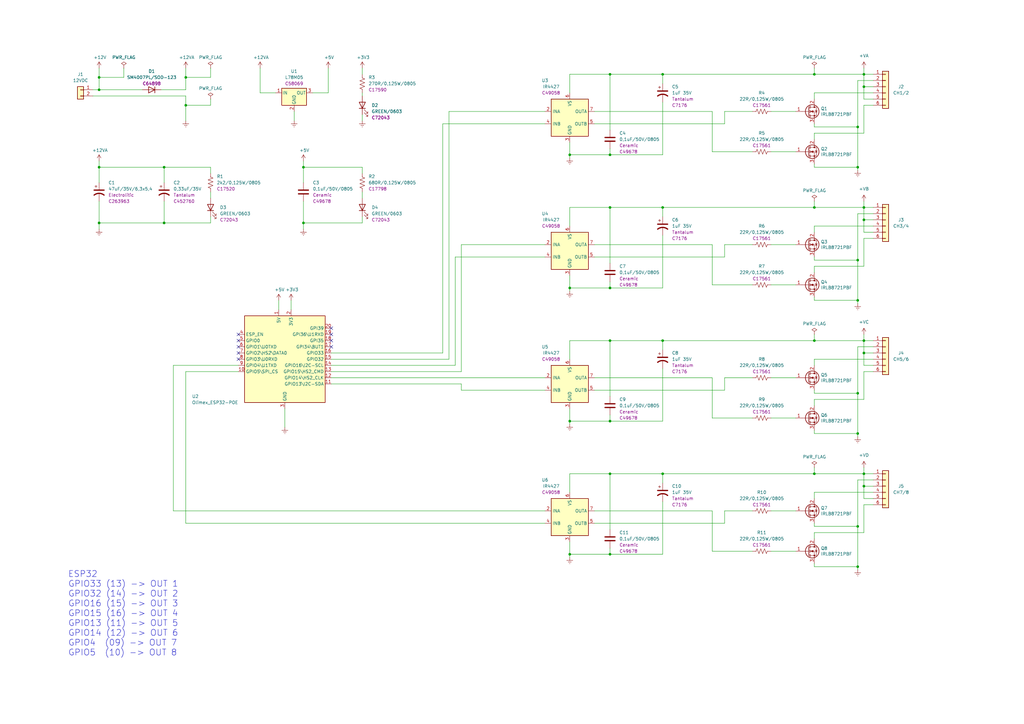
<source format=kicad_sch>
(kicad_sch (version 20211123) (generator eeschema)
  (paper "A3")
  (title_block (title "ESP 8x PWM Module") (date "2022-03-26") (rev "2"))
  (junction (at 354.33 35.56))
  (junction (at 40.64 31.75))
  (junction (at 233.68 172.72))
  (junction (at 233.68 63.5))
  (junction (at 40.64 68.58))
  (junction (at 271.78 139.7))
  (junction (at 351.79 68.58))
  (junction (at 67.31 68.58))
  (junction (at 354.33 30.48))
  (junction (at 334.01 194.31))
  (junction (at 354.33 139.7))
  (junction (at 271.78 30.48))
  (junction (at 40.64 91.44))
  (junction (at 271.78 194.31))
  (junction (at 351.79 123.19))
  (junction (at 354.33 90.17))
  (junction (at 250.19 194.31))
  (junction (at 250.19 118.11))
  (junction (at 124.46 68.58))
  (junction (at 233.68 118.11))
  (junction (at 334.01 30.48))
  (junction (at 67.31 91.44))
  (junction (at 76.2 31.75))
  (junction (at 334.01 85.09))
  (junction (at 250.19 139.7))
  (junction (at 351.79 161.29))
  (junction (at 250.19 227.33))
  (junction (at 351.79 177.8))
  (junction (at 76.2 43.18))
  (junction (at 250.19 30.48))
  (junction (at 354.33 199.39))
  (junction (at 354.33 194.31))
  (junction (at 354.33 144.78))
  (junction (at 271.78 85.09))
  (junction (at 354.33 85.09))
  (junction (at 40.64 36.83))
  (junction (at 124.46 91.44))
  (junction (at 233.68 227.33))
  (junction (at 351.79 232.41))
  (junction (at 351.79 106.68))
  (junction (at 250.19 85.09))
  (junction (at 351.79 52.07))
  (junction (at 250.19 63.5))
  (junction (at 250.19 172.72))
  (junction (at 334.01 139.7))
  (junction (at 351.79 215.9))
  (no_connect (at 97.79 147.32))
  (no_connect (at 135.89 134.62))
  (no_connect (at 97.79 139.7))
  (no_connect (at 135.89 139.7))
  (no_connect (at 135.89 142.24))
  (no_connect (at 135.89 137.16))
  (no_connect (at 97.79 144.78))
  (no_connect (at 97.79 137.16))
  (no_connect (at 97.79 142.24))
  (wire (pts (xy 351.79 68.58) (xy 351.79 52.07)))
  (wire (pts (xy 120.65 45.72) (xy 120.65 49.53)))
  (wire (pts (xy 316.23 100.33) (xy 326.39 100.33)))
  (wire (pts (xy 271.78 139.7) (xy 334.01 139.7)))
  (wire (pts (xy 292.1 154.94) (xy 292.1 171.45)))
  (wire (pts (xy 297.18 214.63) (xy 297.18 209.55)))
  (wire (pts (xy 271.78 205.74) (xy 271.78 227.33)))
  (wire (pts (xy 354.33 204.47) (xy 354.33 199.39)))
  (wire (pts (xy 106.68 27.94) (xy 106.68 38.1)))
  (wire (pts (xy 189.23 160.02) (xy 223.52 160.02)))
  (wire (pts (xy 334.01 218.44) (xy 354.33 218.44)))
  (wire (pts (xy 354.33 109.22) (xy 354.33 97.79)))
  (wire (pts (xy 233.68 118.11) (xy 250.19 118.11)))
  (wire (pts (xy 40.64 68.58) (xy 40.64 74.93)))
  (wire (pts (xy 351.79 177.8) (xy 351.79 179.07)))
  (wire (pts (xy 40.64 66.04) (xy 40.64 68.58)))
  (wire (pts (xy 243.84 105.41) (xy 297.18 105.41)))
  (wire (pts (xy 233.68 173.99) (xy 233.68 172.72)))
  (wire (pts (xy 271.78 30.48) (xy 334.01 30.48)))
  (wire (pts (xy 351.79 215.9) (xy 334.01 215.9)))
  (wire (pts (xy 76.2 39.37) (xy 76.2 43.18)))
  (wire (pts (xy 271.78 85.09) (xy 334.01 85.09)))
  (wire (pts (xy 334.01 67.31) (xy 334.01 68.58)))
  (wire (pts (xy 148.59 46.99) (xy 148.59 49.53)))
  (wire (pts (xy 334.01 214.63) (xy 334.01 215.9)))
  (wire (pts (xy 250.19 107.95) (xy 250.19 85.09)))
  (wire (pts (xy 243.84 154.94) (xy 292.1 154.94)))
  (wire (pts (xy 40.64 91.44) (xy 40.64 82.55)))
  (wire (pts (xy 358.14 149.86) (xy 354.33 149.86)))
  (wire (pts (xy 233.68 30.48) (xy 233.68 38.1)))
  (wire (pts (xy 233.68 118.11) (xy 233.68 113.03)))
  (wire (pts (xy 67.31 91.44) (xy 40.64 91.44)))
  (wire (pts (xy 189.23 152.4) (xy 189.23 100.33)))
  (wire (pts (xy 243.84 160.02) (xy 297.18 160.02)))
  (wire (pts (xy 297.18 105.41) (xy 297.18 100.33)))
  (wire (pts (xy 358.14 85.09) (xy 354.33 85.09)))
  (wire (pts (xy 250.19 227.33) (xy 271.78 227.33)))
  (wire (pts (xy 189.23 100.33) (xy 223.52 100.33)))
  (wire (pts (xy 334.01 82.55) (xy 334.01 85.09)))
  (wire (pts (xy 354.33 163.83) (xy 354.33 152.4)))
  (wire (pts (xy 233.68 139.7) (xy 250.19 139.7)))
  (wire (pts (xy 233.68 85.09) (xy 250.19 85.09)))
  (wire (pts (xy 334.01 194.31) (xy 354.33 194.31)))
  (wire (pts (xy 271.78 194.31) (xy 250.19 194.31)))
  (wire (pts (xy 116.84 175.26) (xy 116.84 167.64)))
  (wire (pts (xy 271.78 41.91) (xy 271.78 63.5)))
  (wire (pts (xy 134.62 27.94) (xy 134.62 38.1)))
  (wire (pts (xy 271.78 151.13) (xy 271.78 172.72)))
  (wire (pts (xy 358.14 196.85) (xy 351.79 196.85)))
  (wire (pts (xy 358.14 92.71) (xy 334.01 92.71)))
  (wire (pts (xy 86.36 68.58) (xy 67.31 68.58)))
  (wire (pts (xy 128.27 38.1) (xy 134.62 38.1)))
  (wire (pts (xy 351.79 106.68) (xy 334.01 106.68)))
  (wire (pts (xy 271.78 96.52) (xy 271.78 118.11)))
  (wire (pts (xy 292.1 100.33) (xy 292.1 116.84)))
  (wire (pts (xy 86.36 91.44) (xy 67.31 91.44)))
  (wire (pts (xy 76.2 152.4) (xy 76.2 214.63)))
  (wire (pts (xy 50.8 31.75) (xy 50.8 27.94)))
  (wire (pts (xy 354.33 152.4) (xy 358.14 152.4)))
  (wire (pts (xy 271.78 30.48) (xy 250.19 30.48)))
  (wire (pts (xy 271.78 85.09) (xy 250.19 85.09)))
  (wire (pts (xy 354.33 137.16) (xy 354.33 139.7)))
  (wire (pts (xy 351.79 232.41) (xy 351.79 233.68)))
  (wire (pts (xy 119.38 123.19) (xy 119.38 127)))
  (wire (pts (xy 148.59 88.9) (xy 148.59 91.44)))
  (wire (pts (xy 354.33 149.86) (xy 354.33 144.78)))
  (wire (pts (xy 186.69 105.41) (xy 186.69 149.86)))
  (wire (pts (xy 297.18 160.02) (xy 297.18 154.94)))
  (wire (pts (xy 334.01 163.83) (xy 334.01 166.37)))
  (wire (pts (xy 233.68 119.38) (xy 233.68 118.11)))
  (wire (pts (xy 250.19 172.72) (xy 271.78 172.72)))
  (wire (pts (xy 86.36 27.94) (xy 86.36 31.75)))
  (wire (pts (xy 124.46 66.04) (xy 124.46 68.58)))
  (wire (pts (xy 358.14 33.02) (xy 351.79 33.02)))
  (wire (pts (xy 292.1 45.72) (xy 292.1 62.23)))
  (wire (pts (xy 334.01 232.41) (xy 351.79 232.41)))
  (wire (pts (xy 186.69 105.41) (xy 223.52 105.41)))
  (wire (pts (xy 316.23 171.45) (xy 326.39 171.45)))
  (wire (pts (xy 148.59 27.94) (xy 148.59 30.48)))
  (wire (pts (xy 189.23 157.48) (xy 189.23 160.02)))
  (wire (pts (xy 358.14 147.32) (xy 334.01 147.32)))
  (wire (pts (xy 334.01 30.48) (xy 354.33 30.48)))
  (wire (pts (xy 148.59 71.12) (xy 148.59 68.58)))
  (wire (pts (xy 271.78 139.7) (xy 250.19 139.7)))
  (wire (pts (xy 40.64 36.83) (xy 58.42 36.83)))
  (wire (pts (xy 334.01 85.09) (xy 354.33 85.09)))
  (wire (pts (xy 334.01 139.7) (xy 354.33 139.7)))
  (wire (pts (xy 292.1 171.45) (xy 308.61 171.45)))
  (wire (pts (xy 351.79 142.24) (xy 351.79 161.29)))
  (wire (pts (xy 354.33 139.7) (xy 354.33 144.78)))
  (wire (pts (xy 86.36 88.9) (xy 86.36 91.44)))
  (wire (pts (xy 76.2 214.63) (xy 223.52 214.63)))
  (wire (pts (xy 334.01 218.44) (xy 334.01 220.98)))
  (wire (pts (xy 334.01 147.32) (xy 334.01 149.86)))
  (wire (pts (xy 233.68 85.09) (xy 233.68 92.71)))
  (wire (pts (xy 316.23 154.94) (xy 326.39 154.94)))
  (wire (pts (xy 181.61 50.8) (xy 223.52 50.8)))
  (wire (pts (xy 354.33 97.79) (xy 358.14 97.79)))
  (wire (pts (xy 233.68 139.7) (xy 233.68 147.32)))
  (wire (pts (xy 358.14 30.48) (xy 354.33 30.48)))
  (wire (pts (xy 351.79 196.85) (xy 351.79 215.9)))
  (wire (pts (xy 243.84 214.63) (xy 297.18 214.63)))
  (wire (pts (xy 40.64 31.75) (xy 40.64 36.83)))
  (wire (pts (xy 184.15 45.72) (xy 184.15 147.32)))
  (wire (pts (xy 334.01 231.14) (xy 334.01 232.41)))
  (wire (pts (xy 358.14 139.7) (xy 354.33 139.7)))
  (wire (pts (xy 135.89 149.86) (xy 186.69 149.86)))
  (wire (pts (xy 135.89 144.78) (xy 181.61 144.78)))
  (wire (pts (xy 351.79 232.41) (xy 351.79 215.9)))
  (wire (pts (xy 358.14 40.64) (xy 354.33 40.64)))
  (wire (pts (xy 358.14 201.93) (xy 334.01 201.93)))
  (wire (pts (xy 334.01 105.41) (xy 334.01 106.68)))
  (wire (pts (xy 351.79 123.19) (xy 351.79 106.68)))
  (wire (pts (xy 86.36 71.12) (xy 86.36 68.58)))
  (wire (pts (xy 233.68 227.33) (xy 250.19 227.33)))
  (wire (pts (xy 250.19 224.79) (xy 250.19 227.33)))
  (wire (pts (xy 358.14 194.31) (xy 354.33 194.31)))
  (wire (pts (xy 334.01 137.16) (xy 334.01 139.7)))
  (wire (pts (xy 97.79 149.86) (xy 71.12 149.86)))
  (wire (pts (xy 114.3 123.19) (xy 114.3 127)))
  (wire (pts (xy 334.01 38.1) (xy 334.01 40.64)))
  (wire (pts (xy 334.01 54.61) (xy 334.01 57.15)))
  (wire (pts (xy 233.68 30.48) (xy 250.19 30.48)))
  (wire (pts (xy 233.68 63.5) (xy 233.68 58.42)))
  (wire (pts (xy 250.19 60.96) (xy 250.19 63.5)))
  (wire (pts (xy 148.59 91.44) (xy 124.46 91.44)))
  (wire (pts (xy 358.14 199.39) (xy 354.33 199.39)))
  (wire (pts (xy 233.68 228.6) (xy 233.68 227.33)))
  (wire (pts (xy 233.68 194.31) (xy 250.19 194.31)))
  (wire (pts (xy 243.84 45.72) (xy 292.1 45.72)))
  (wire (pts (xy 297.18 154.94) (xy 308.61 154.94)))
  (wire (pts (xy 181.61 50.8) (xy 181.61 144.78)))
  (wire (pts (xy 76.2 36.83) (xy 76.2 31.75)))
  (wire (pts (xy 334.01 54.61) (xy 354.33 54.61)))
  (wire (pts (xy 334.01 177.8) (xy 351.79 177.8)))
  (wire (pts (xy 292.1 226.06) (xy 308.61 226.06)))
  (wire (pts (xy 135.89 147.32) (xy 184.15 147.32)))
  (wire (pts (xy 358.14 90.17) (xy 354.33 90.17)))
  (wire (pts (xy 354.33 191.77) (xy 354.33 194.31)))
  (wire (pts (xy 354.33 43.18) (xy 358.14 43.18)))
  (wire (pts (xy 38.1 36.83) (xy 40.64 36.83)))
  (wire (pts (xy 124.46 82.55) (xy 124.46 91.44)))
  (wire (pts (xy 233.68 194.31) (xy 233.68 201.93)))
  (wire (pts (xy 354.33 30.48) (xy 354.33 35.56)))
  (wire (pts (xy 358.14 204.47) (xy 354.33 204.47)))
  (wire (pts (xy 271.78 88.9) (xy 271.78 85.09)))
  (wire (pts (xy 334.01 27.94) (xy 334.01 30.48)))
  (wire (pts (xy 124.46 93.98) (xy 124.46 91.44)))
  (wire (pts (xy 292.1 116.84) (xy 308.61 116.84)))
  (wire (pts (xy 38.1 39.37) (xy 76.2 39.37)))
  (wire (pts (xy 297.18 100.33) (xy 308.61 100.33)))
  (wire (pts (xy 40.64 31.75) (xy 50.8 31.75)))
  (wire (pts (xy 297.18 209.55) (xy 308.61 209.55)))
  (wire (pts (xy 271.78 34.29) (xy 271.78 30.48)))
  (wire (pts (xy 354.33 218.44) (xy 354.33 207.01)))
  (wire (pts (xy 334.01 121.92) (xy 334.01 123.19)))
  (wire (pts (xy 97.79 152.4) (xy 76.2 152.4)))
  (wire (pts (xy 297.18 50.8) (xy 297.18 45.72)))
  (wire (pts (xy 124.46 74.93) (xy 124.46 68.58)))
  (wire (pts (xy 67.31 74.93) (xy 67.31 68.58)))
  (wire (pts (xy 351.79 52.07) (xy 334.01 52.07)))
  (wire (pts (xy 354.33 85.09) (xy 354.33 90.17)))
  (wire (pts (xy 250.19 115.57) (xy 250.19 118.11)))
  (wire (pts (xy 334.01 123.19) (xy 351.79 123.19)))
  (wire (pts (xy 243.84 100.33) (xy 292.1 100.33)))
  (wire (pts (xy 354.33 54.61) (xy 354.33 43.18)))
  (wire (pts (xy 358.14 38.1) (xy 334.01 38.1)))
  (wire (pts (xy 354.33 40.64) (xy 354.33 35.56)))
  (wire (pts (xy 135.89 154.94) (xy 223.52 154.94)))
  (wire (pts (xy 351.79 123.19) (xy 351.79 124.46)))
  (wire (pts (xy 334.01 191.77) (xy 334.01 194.31)))
  (wire (pts (xy 271.78 143.51) (xy 271.78 139.7)))
  (wire (pts (xy 86.36 40.64) (xy 86.36 43.18)))
  (wire (pts (xy 40.64 27.94) (xy 40.64 31.75)))
  (wire (pts (xy 358.14 142.24) (xy 351.79 142.24)))
  (wire (pts (xy 148.59 39.37) (xy 148.59 38.1)))
  (wire (pts (xy 292.1 209.55) (xy 292.1 226.06)))
  (wire (pts (xy 334.01 160.02) (xy 334.01 161.29)))
  (wire (pts (xy 316.23 45.72) (xy 326.39 45.72)))
  (wire (pts (xy 135.89 157.48) (xy 189.23 157.48)))
  (wire (pts (xy 106.68 38.1) (xy 113.03 38.1)))
  (wire (pts (xy 271.78 194.31) (xy 334.01 194.31)))
  (wire (pts (xy 316.23 62.23) (xy 326.39 62.23)))
  (wire (pts (xy 86.36 31.75) (xy 76.2 31.75)))
  (wire (pts (xy 354.33 194.31) (xy 354.33 199.39)))
  (wire (pts (xy 358.14 87.63) (xy 351.79 87.63)))
  (wire (pts (xy 354.33 82.55) (xy 354.33 85.09)))
  (wire (pts (xy 250.19 53.34) (xy 250.19 30.48)))
  (wire (pts (xy 233.68 227.33) (xy 233.68 222.25)))
  (wire (pts (xy 86.36 81.28) (xy 86.36 78.74)))
  (wire (pts (xy 67.31 68.58) (xy 40.64 68.58)))
  (wire (pts (xy 250.19 63.5) (xy 271.78 63.5)))
  (wire (pts (xy 351.79 177.8) (xy 351.79 161.29)))
  (wire (pts (xy 76.2 31.75) (xy 76.2 27.94)))
  (wire (pts (xy 250.19 162.56) (xy 250.19 139.7)))
  (wire (pts (xy 316.23 209.55) (xy 326.39 209.55)))
  (wire (pts (xy 354.33 207.01) (xy 358.14 207.01)))
  (wire (pts (xy 250.19 217.17) (xy 250.19 194.31)))
  (wire (pts (xy 66.04 36.83) (xy 76.2 36.83)))
  (wire (pts (xy 71.12 149.86) (xy 71.12 209.55)))
  (wire (pts (xy 334.01 163.83) (xy 354.33 163.83)))
  (wire (pts (xy 334.01 50.8) (xy 334.01 52.07)))
  (wire (pts (xy 354.33 27.94) (xy 354.33 30.48)))
  (wire (pts (xy 292.1 62.23) (xy 308.61 62.23)))
  (wire (pts (xy 334.01 109.22) (xy 334.01 111.76)))
  (wire (pts (xy 135.89 152.4) (xy 189.23 152.4)))
  (wire (pts (xy 334.01 92.71) (xy 334.01 95.25)))
  (wire (pts (xy 76.2 43.18) (xy 76.2 49.53)))
  (wire (pts (xy 316.23 226.06) (xy 326.39 226.06)))
  (wire (pts (xy 250.19 170.18) (xy 250.19 172.72)))
  (wire (pts (xy 243.84 50.8) (xy 297.18 50.8)))
  (wire (pts (xy 316.23 116.84) (xy 326.39 116.84)))
  (wire (pts (xy 334.01 109.22) (xy 354.33 109.22)))
  (wire (pts (xy 351.79 87.63) (xy 351.79 106.68)))
  (wire (pts (xy 354.33 95.25) (xy 354.33 90.17)))
  (wire (pts (xy 334.01 201.93) (xy 334.01 204.47)))
  (wire (pts (xy 351.79 68.58) (xy 351.79 69.85)))
  (wire (pts (xy 250.19 118.11) (xy 271.78 118.11)))
  (wire (pts (xy 351.79 33.02) (xy 351.79 52.07)))
  (wire (pts (xy 271.78 198.12) (xy 271.78 194.31)))
  (wire (pts (xy 71.12 209.55) (xy 223.52 209.55)))
  (wire (pts (xy 148.59 81.28) (xy 148.59 78.74)))
  (wire (pts (xy 184.15 45.72) (xy 223.52 45.72)))
  (wire (pts (xy 67.31 82.55) (xy 67.31 91.44)))
  (wire (pts (xy 334.01 68.58) (xy 351.79 68.58)))
  (wire (pts (xy 233.68 172.72) (xy 250.19 172.72)))
  (wire (pts (xy 148.59 68.58) (xy 124.46 68.58)))
  (wire (pts (xy 358.14 35.56) (xy 354.33 35.56)))
  (wire (pts (xy 233.68 63.5) (xy 250.19 63.5)))
  (wire (pts (xy 358.14 144.78) (xy 354.33 144.78)))
  (wire (pts (xy 40.64 93.98) (xy 40.64 91.44)))
  (wire (pts (xy 297.18 45.72) (xy 308.61 45.72)))
  (wire (pts (xy 233.68 172.72) (xy 233.68 167.64)))
  (wire (pts (xy 233.68 64.77) (xy 233.68 63.5)))
  (wire (pts (xy 86.36 43.18) (xy 76.2 43.18)))
  (wire (pts (xy 351.79 161.29) (xy 334.01 161.29)))
  (wire (pts (xy 292.1 209.55) (xy 243.84 209.55)))
  (wire (pts (xy 334.01 176.53) (xy 334.01 177.8)))
  (wire (pts (xy 358.14 95.25) (xy 354.33 95.25)))
  (text "ESP32\nGPIO33 (13) -> OUT 1\nGPIO32 (14) -> OUT 2\nGPIO16 (15) -> OUT 3\nGPIO15 (16) -> OUT 4\nGPIO13 (11) -> OUT 5\nGPIO14 (12) -> OUT 6\nGPIO4  (09) -> OUT 7\nGPIO5  (10) -> OUT 8" (at 27.94 269.24 0) (effects (font (size 2.5 2.5)) (justify left bottom)))
  (symbol (lib_id "Device:R_US") (at 86.36 74.93 0) (unit 1)
    (property "Reference" "R1" (at 88.9 72.39 0) (effects (justify left)))
    (property "Value" "2k2/0,125W/0805" (at 88.9 74.93 0) (effects (justify left)))
    (property "Footprint" "Tales:R_0805_2012Metric" (effects hide))
    (property "Case" "0805/2012" (effects hide))
    (property "Mfr" "Uniroyal" (effects hide))
    (property "Mfr PN" "0805W8F2201T5E" (effects hide))
    (property "Vendor" "JLCPCB" (effects hide))
    (property "Vendor PN" "C17520" (effects hide))
    (property "JLCPCB BOM" "1" (effects hide))
    (property "LCSC Part" "C17520" (at 88.9 77.47 0) (effects (justify left)))
  )
  (symbol (lib_id "Device:D") (at 62.23 36.83 180) (unit 1)
    (property "Reference" "D1" (at 62.23 29.21 0))
    (property "Value" "SM4007PL/SOD-123" (at 62.23 31.75 0))
    (property "Footprint" "Tales:D_SOD-123" (effects hide))
    (property "Case" "SOD-123FL" (effects hide))
    (property "Mfr" "MDD" (effects hide))
    (property "Mfr PN" "SM4007PL" (effects hide))
    (property "Vendor" "JLCPCB" (effects hide))
    (property "Vendor PN" "C64898" (effects hide))
    (property "JLCPCB BOM" "1" (effects hide))
    (property "LCSC Part" "C64898" (at 62.23 34.29 0))
  )
  (symbol (lib_id "Regulator_Linear:L7805") (at 120.65 38.1 0) (unit 1)
    (property "Reference" "U1" (at 120.65 29.21 0))
    (property "Value" "L78M05" (at 120.65 31.75 0))
    (property "Footprint" "Tales:TO-252-2" (effects hide))
    (property "Datasheet" "http://www.st.com/content/ccc/resource/technical/document/datasheet/41/4f/b3/b0/12/d4/47/88/CD00000444.pdf/files/CD00000444.pdf/jcr:content/translations/en.CD00000444.pdf" (effects hide))
    (property "Case" "TO-252" (effects hide))
    (property "Mfr" "ST Microelectronics" (effects hide))
    (property "Mfr PN" "L78M05ABDT-TR" (effects hide))
    (property "Vendor" "JLCPCB" (effects hide))
    (property "Vendor PN" "C58069" (effects hide))
    (property "JLCPCB BOM" "1" (effects hide))
    (property "LCSC Part" "C58069" (at 120.65 34.29 0))
  )
  (symbol (lib_id "power:PWR_FLAG") (at 86.36 27.94 0) (unit 1)
    (property "Reference" "#FLG0101" (effects hide))
    (property "Value" "PWR_FLAG" (at 86.36 23.5458 0))
  )
  (symbol (lib_id "Device:LED") (at 86.36 85.09 90) (unit 1)
    (property "Reference" "D3" (at 90.17 85.09 90) (effects (justify right)))
    (property "Value" "GREEN/0603" (at 90.17 87.63 90) (effects (justify right)))
    (property "Footprint" "Tales:LED_0603_1608Metric" (effects hide))
    (property "Case" "0603" (effects hide))
    (property "Mfr" "Everlight" (effects hide))
    (property "Mfr PN" "19-217/GHC-YR1S2/3T" (effects hide))
    (property "Vendor" "JLCPCB" (effects hide))
    (property "Vendor PN" "C72043" (effects hide))
    (property "JLCPCB BOM" "1" (effects hide))
    (property "LCSC Part" "C72043" (at 90.17 90.17 90) (effects (justify right)))
  )
  (symbol (lib_id "Connector_Generic:Conn_01x06") (at 363.22 35.56 0) (unit 1)
    (property "Reference" "J2" (at 369.57 35.56 0))
    (property "Value" "CH1/2" (at 369.57 38.1 0))
    (property "Footprint" "Tales:TerminalBlock_Phoenix_MKDS-3-6-5.08_1x06_P5.08mm_Horizontal" (effects hide))
    (property "Mfr" "Metaltex" (effects hide))
    (property "Vendor" "Eletropecas" (effects hide))
    (property "Mfr PN" "BR902V" (effects hide))
    (property "Vendor PN" "29273" (effects hide))
    (property "JLCPCB BOM" "0" (effects hide))
  )
  (symbol (lib_id "Device:R_US") (at 148.59 74.93 0) (unit 1)
    (property "Reference" "R2" (at 151.13 72.39 0) (effects (justify left)))
    (property "Value" "680R/0,125W/0805" (at 151.13 74.93 0) (effects (justify left)))
    (property "Footprint" "Tales:R_0805_2012Metric" (effects hide))
    (property "Case" "0805/2012" (effects hide))
    (property "Mfr" "Uniroyal" (effects hide))
    (property "Mfr PN" "0805W8F6800T5E" (effects hide))
    (property "Vendor" "JLCPCB" (effects hide))
    (property "Vendor PN" "C17798" (effects hide))
    (property "JLCPCB BOM" "1" (effects hide))
    (property "LCSC Part" "C17798" (at 151.13 77.47 0) (effects (justify left)))
  )
  (symbol (lib_id "power:+5V") (at 124.46 66.04 0) (unit 1)
    (property "Reference" "#PWR0123" (effects hide))
    (property "Value" "+5V" (at 124.841 61.6458 0))
  )
  (symbol (lib_id "power:+3.3V") (at 148.59 27.94 0) (unit 1)
    (property "Reference" "#PWR0124" (effects hide))
    (property "Value" "+3.3V" (at 148.971 23.5458 0))
  )
  (symbol (lib_id "power:GNDREF") (at 124.46 93.98 0) (unit 1)
    (property "Reference" "#PWR0125" (effects hide))
    (property "Value" "GNDREF" (effects hide))
  )
  (symbol (lib_id "power:GNDREF") (at 148.59 49.53 0) (unit 1)
    (property "Reference" "#PWR0126" (effects hide))
    (property "Value" "GNDREF" (effects hide))
  )
  (symbol (lib_id "power:PWR_FLAG") (at 86.36 40.64 0) (unit 1)
    (property "Reference" "#FLG0102" (effects hide))
    (property "Value" "PWR_FLAG" (at 86.36 36.2458 0))
  )
  (symbol (lib_id "Tales:Olimex_ESP32-POE") (at 116.84 147.32 0) (unit 1)
    (property "Reference" "U2" (at 78.74 162.56 0) (effects (justify left)))
    (property "Value" "Olimex_ESP32-POE" (at 78.74 165.1 0) (effects (justify left)))
    (property "Footprint" "Tales:Olimex_ESP32-POE_Pads" (effects hide))
    (property "Mfr" "Olimex" (effects hide))
    (property "Mfr PN" "ESP32-POE" (effects hide))
    (property "Vendor" "Mouser" (effects hide))
    (property "Vendor PN" "909-ESP32-POE\r" (effects hide))
    (property "JLCPCB BOM" "0" (effects hide))
  )
  (symbol (lib_id "power:GNDREF") (at 116.84 175.26 0) (unit 1)
    (property "Reference" "#PWR0114" (effects hide))
    (property "Value" "GNDREF" (effects hide))
  )
  (symbol (lib_id "power:+3.3V") (at 119.38 123.19 0) (unit 1)
    (property "Reference" "#PWR0115" (effects hide))
    (property "Value" "+3.3V" (at 119.761 118.7958 0))
  )
  (symbol (lib_id "power:+5V") (at 114.3 123.19 0) (unit 1)
    (property "Reference" "#PWR0120" (effects hide))
    (property "Value" "+5V" (at 114.681 118.7958 0))
  )
  (symbol (lib_id "Device:R_US") (at 312.42 45.72 270) (unit 1)
    (property "Reference" "R4" (at 312.42 38.1 90))
    (property "Value" "22R/0,125W/0805" (at 312.42 40.64 90))
    (property "Footprint" "Tales:R_0805_2012Metric" (effects hide))
    (property "Case" "0805/2012" (effects hide))
    (property "Mfr" "Uniroyal" (effects hide))
    (property "Mfr PN" "0805W8F220JT5E" (effects hide))
    (property "Vendor" "JLCPCB" (effects hide))
    (property "Vendor PN" "C17561" (effects hide))
    (property "JLCPCB BOM" "1" (effects hide))
    (property "LCSC Part" "C17561" (at 312.42 43.18 90))
  )
  (symbol (lib_id "Device:R_US") (at 312.42 62.23 270) (unit 1)
    (property "Reference" "R5" (at 312.42 54.61 90))
    (property "Value" "22R/0,125W/0805" (at 312.42 57.15 90))
    (property "Footprint" "Tales:R_0805_2012Metric" (effects hide))
    (property "Case" "0805/2012" (effects hide))
    (property "Mfr" "Uniroyal" (effects hide))
    (property "Mfr PN" "0805W8F220JT5E" (effects hide))
    (property "Vendor" "JLCPCB" (effects hide))
    (property "Vendor PN" "C17561" (effects hide))
    (property "JLCPCB BOM" "1" (effects hide))
    (property "LCSC Part" "C17561" (at 312.42 59.69 90))
  )
  (symbol (lib_id "Device:C_Polarized_US") (at 271.78 38.1 0) (unit 1)
    (property "Reference" "C5" (at 275.59 35.56 0) (effects (justify left)))
    (property "Value" "1uF 35V" (at 275.59 38.1 0) (effects (justify left)))
    (property "Footprint" "Tales:CP_EIA-3216-18_Kemet-A_Pad1.58x1.35mm_HandSolder" (effects hide))
    (property "Case" "1206/3216" (effects hide))
    (property "Mfr" "AVX" (effects hide))
    (property "Vendor" "JLCPCB" (effects hide))
    (property "Mfr PN" "TAJA105K035RNJ" (effects hide))
    (property "Vendor PN" "C7176" (effects hide))
    (property "Technology" "Tantalum" (at 275.59 40.64 0) (effects (justify left)))
    (property "JLCPCB BOM" "1" (effects hide))
    (property "LCSC Part" "C7176" (at 275.59 43.18 0) (effects (justify left)))
  )
  (symbol (lib_id "Tales:IR4427") (at 233.68 48.26 0) (unit 1)
    (property "Reference" "U3" (at 223.52 33.02 0))
    (property "Value" "IR4427" (at 226.06 35.56 0))
    (property "Footprint" "Tales:SOIC-8_3.9x4.9mm_P1.27mm" (effects hide))
    (property "Case" "SOIC-8" (effects hide))
    (property "Mfr" "International Rectifier" (effects hide))
    (property "Mfr PN" "IR4427STRPBF\r" (effects hide))
    (property "Vendor" "JLCPCB" (effects hide))
    (property "Vendor PN" "C49058" (effects hide))
    (property "JLCPCB BOM" "1" (effects hide))
    (property "LCSC Part" "C49058" (at 222.25 38.1 0) (effects (justify left)))
  )
  (symbol (lib_id "power:+12V") (at 40.64 27.94 0) (unit 1)
    (property "Reference" "#PWR0107" (effects hide))
    (property "Value" "+12V" (at 41.021 23.5458 0))
  )
  (symbol (lib_id "Device:C_Polarized_US") (at 67.31 78.74 0) (unit 1)
    (property "Reference" "C2" (at 71.12 74.93 0) (effects (justify left)))
    (property "Value" "0,33uF/35V" (at 71.12 77.47 0) (effects (justify left)))
    (property "Footprint" "Tales:CP_EIA-3216-18_Kemet-A_Pad1.58x1.35mm_HandSolder" (effects hide))
    (property "Case" "1206/3216" (effects hide))
    (property "Mfr" "Kemet" (effects hide))
    (property "Mfr PN" "T491A334M035AT" (effects hide))
    (property "Technology" "Tantalum" (at 71.12 80.01 0) (effects (justify left)))
    (property "Vendor" "JLCPCB" (effects hide))
    (property "Vendor PN" "C452760" (effects hide))
    (property "JLCPCB BOM" "1" (effects hide))
    (property "LCSC Part" "C452760" (at 71.12 82.55 0) (effects (justify left)))
  )
  (symbol (lib_id "power:GNDREF") (at 233.68 64.77 0) (unit 1)
    (property "Reference" "#PWR0112" (effects hide))
    (property "Value" "GNDREF" (effects hide))
  )
  (symbol (lib_id "Transistor_FET:IRLB8721PBF") (at 331.47 62.23 0) (unit 1)
    (property "Reference" "Q2" (at 336.6516 61.0616 0) (effects (justify left)))
    (property "Value" "IRLB8721PBF" (at 336.6516 63.373 0) (effects (justify left)))
    (property "Footprint" "Tales:TO-220-3_Vertical" (effects hide))
    (property "Datasheet" "http://www.infineon.com/dgdl/irlb8721pbf.pdf?fileId=5546d462533600a40153566056732591" (effects hide))
    (property "Case" "TO-220-3" (effects hide))
    (property "Mfr" "Infineon" (effects hide))
    (property "Mfr PN" "IRLB8721PBF" (effects hide))
    (property "Vendor" "Mouser" (effects hide))
    (property "Vendor PN" "942-IRLB8721PBF" (effects hide))
    (property "JLCPCB BOM" "0" (effects hide))
  )
  (symbol (lib_id "power:+12VA") (at 76.2 27.94 0) (unit 1)
    (property "Reference" "#PWR0130" (effects hide))
    (property "Value" "+12VA" (at 76.581 23.5458 0))
  )
  (symbol (lib_id "power:+12VA") (at 106.68 27.94 0) (unit 1)
    (property "Reference" "#PWR0131" (effects hide))
    (property "Value" "+12VA" (at 107.061 23.5458 0))
  )
  (symbol (lib_id "power:+12VA") (at 40.64 66.04 0) (unit 1)
    (property "Reference" "#PWR0132" (effects hide))
    (property "Value" "+12VA" (at 41.021 61.6458 0))
  )
  (symbol (lib_id "power:PWR_FLAG") (at 50.8 27.94 0) (unit 1)
    (property "Reference" "#FLG0104" (effects hide))
    (property "Value" "PWR_FLAG" (at 50.8 23.5458 0))
  )
  (symbol (lib_id "Device:C") (at 250.19 57.15 0) (unit 1)
    (property "Reference" "C4" (at 254 54.61 0) (effects (justify left)))
    (property "Value" "0,1uF/50V/0805" (at 254 57.15 0) (effects (justify left)))
    (property "Footprint" "Tales:C_0805_2012Metric" (effects hide))
    (property "Case" "0805/2012" (effects hide))
    (property "Mfr" "Yageo" (effects hide))
    (property "Mfr PN" "CC0805KRX7R9BB104" (effects hide))
    (property "Vendor" "JLCPCB" (effects hide))
    (property "Vendor PN" "C49678" (effects hide))
    (property "Technology" "Ceramic" (at 254 59.69 0) (effects (justify left)))
    (property "JLCPCB BOM" "1" (effects hide))
    (property "LCSC Part" "C49678" (at 254 62.23 0) (effects (justify left)))
  )
  (symbol (lib_id "Transistor_FET:IRLB8721PBF") (at 331.47 45.72 0) (unit 1)
    (property "Reference" "Q1" (at 336.6516 44.5516 0) (effects (justify left)))
    (property "Value" "IRLB8721PBF" (at 336.6516 46.863 0) (effects (justify left)))
    (property "Footprint" "Tales:TO-220-3_Vertical" (effects hide))
    (property "Datasheet" "http://www.infineon.com/dgdl/irlb8721pbf.pdf?fileId=5546d462533600a40153566056732591" (effects hide))
    (property "Case" "TO-220-3" (effects hide))
    (property "Mfr" "Infineon" (effects hide))
    (property "Mfr PN" "IRLB8721PBF" (effects hide))
    (property "Vendor" "Mouser" (effects hide))
    (property "Vendor PN" "942-IRLB8721PBF" (effects hide))
    (property "JLCPCB BOM" "0" (effects hide))
  )
  (symbol (lib_id "power:GNDREF") (at 120.65 49.53 0) (unit 1)
    (property "Reference" "#PWR0102" (effects hide))
    (property "Value" "GNDREF" (effects hide))
  )
  (symbol (lib_id "power:+5V") (at 134.62 27.94 0) (unit 1)
    (property "Reference" "#PWR0104" (effects hide))
    (property "Value" "+5V" (at 135.001 23.5458 0))
  )
  (symbol (lib_id "Connector_Generic:Conn_01x02") (at 33.02 36.83 0) (mirror y) (unit 1)
    (property "Reference" "J1" (at 33.02 30.48 0))
    (property "Value" "12VDC" (at 33.02 33.02 0))
    (property "Footprint" "Tales:TerminalBlock_Phoenix_MKDS-3-2-5.08_1x02_P5.08mm_Horizontal" (effects hide))
    (property "Mfr" "Metaltex" (effects hide))
    (property "Vendor" "Eletropecas\r" (effects hide))
    (property "Mfr PN" "BR902V\r" (effects hide))
    (property "Vendor PN" "29273" (effects hide))
    (property "JLCPCB BOM" "0" (effects hide))
  )
  (symbol (lib_id "power:GNDREF") (at 76.2 49.53 0) (unit 1)
    (property "Reference" "#PWR0108" (effects hide))
    (property "Value" "GNDREF" (effects hide))
  )
  (symbol (lib_id "Device:C") (at 124.46 78.74 0) (unit 1)
    (property "Reference" "C3" (at 128.27 74.93 0) (effects (justify left)))
    (property "Value" "0,1uF/50V/0805" (at 128.27 77.47 0) (effects (justify left)))
    (property "Footprint" "Tales:C_0805_2012Metric" (effects hide))
    (property "Technology" "Ceramic" (at 128.27 80.01 0) (effects (justify left)))
    (property "Case" "0805/2012" (effects hide))
    (property "Mfr" "Yageo" (effects hide))
    (property "Mfr PN" "CC0805KRX7R9BB104" (effects hide))
    (property "Vendor" "JLCPCB" (effects hide))
    (property "Vendor PN" "C49678" (effects hide))
    (property "JLCPCB BOM" "1" (effects hide))
    (property "LCSC Part" "C49678" (at 128.27 82.55 0) (effects (justify left)))
  )
  (symbol (lib_id "Device:LED") (at 148.59 85.09 90) (unit 1)
    (property "Reference" "D4" (at 152.4 85.09 90) (effects (justify right)))
    (property "Value" "GREEN/0603" (at 152.4 87.63 90) (effects (justify right)))
    (property "Footprint" "Tales:LED_0603_1608Metric" (effects hide))
    (property "Case" "0603" (effects hide))
    (property "Mfr" "Everlight" (effects hide))
    (property "Mfr PN" "19-217/GHC-YR1S2/3T" (effects hide))
    (property "Vendor" "JLCPCB" (effects hide))
    (property "Vendor PN" "C72043" (effects hide))
    (property "JLCPCB BOM" "1" (effects hide))
    (property "LCSC Part" "C72043" (at 152.4 90.17 90) (effects (justify right)))
  )
  (symbol (lib_id "Device:LED") (at 148.59 43.18 90) (unit 1)
    (property "Reference" "D2" (at 152.4 43.18 90) (effects (justify right)))
    (property "Value" "GREEN/0603" (at 152.4 45.72 90) (effects (justify right)))
    (property "Footprint" "Tales:LED_0603_1608Metric" (effects hide))
    (property "Case" "0603" (effects hide))
    (property "Mfr" "Everlight" (effects hide))
    (property "Mfr PN" "19-217/GHC-YR1S2/3T" (effects hide))
    (property "Vendor" "JLCPCB" (effects hide))
    (property "Vendor PN" "C72043" (effects hide))
    (property "JLCPCB BOM" "1" (effects hide))
    (property "LCSC Part" "C72043" (at 152.4 48.26 90) (effects (justify right)))
  )
  (symbol (lib_id "Device:R_US") (at 148.59 34.29 0) (unit 1)
    (property "Reference" "R3" (at 151.13 31.75 0) (effects (justify left)))
    (property "Value" "270R/0,125W/0805" (at 151.13 34.29 0) (effects (justify left)))
    (property "Footprint" "Tales:R_0805_2012Metric" (effects hide))
    (property "Case" "0805/2012" (effects hide))
    (property "Mfr" "Uniroyal" (effects hide))
    (property "Mfr PN" "0805W8F2700T5E" (effects hide))
    (property "Vendor" "JLCPCB" (effects hide))
    (property "Vendor PN" "C17590" (effects hide))
    (property "JLCPCB BOM" "1" (effects hide))
    (property "LCSC Part" "C17590" (at 151.13 36.83 0) (effects (justify left)))
  )
  (symbol (lib_id "Device:C_Polarized_US") (at 40.64 78.74 0) (unit 1)
    (property "Reference" "C1" (at 44.45 74.93 0) (effects (justify left)))
    (property "Value" "47uF/35V/6,3x5,4" (at 44.45 77.47 0) (effects (justify left)))
    (property "Footprint" "Tales:CP_Elec_6.3x5.4" (effects hide))
    (property "Case" "6,3x5,4" (effects hide))
    (property "Mfr" "Semtech" (effects hide))
    (property "Mfr PN" "CK1V470MCRE54" (effects hide))
    (property "Vendor" "JLCPCB" (effects hide))
    (property "Vendor PN" "C263963" (effects hide))
    (property "Technology" "Electrolitic" (at 44.45 80.01 0) (effects (justify left)))
    (property "JLCPCB BOM" "1" (effects hide))
    (property "LCSC Part" "C263963" (at 44.45 82.55 0) (effects (justify left)))
  )
  (symbol (lib_id "power:GNDREF") (at 40.64 93.98 0) (unit 1)
    (property "Reference" "#PWR0127" (effects hide))
    (property "Value" "GNDREF" (effects hide))
  )
  (symbol (lib_id "Device:C") (at 250.19 220.98 0) (unit 1)
    (property "Reference" "C11" (at 254 218.44 0) (effects (justify left)))
    (property "Value" "0,1uF/50V/0805" (at 254 220.98 0) (effects (justify left)))
    (property "Footprint" "Tales:C_0805_2012Metric" (effects hide))
    (property "Case" "0805/2012" (effects hide))
    (property "Mfr" "Yageo" (effects hide))
    (property "Mfr PN" "CC0805KRX7R9BB104" (effects hide))
    (property "Vendor" "JLCPCB" (effects hide))
    (property "Vendor PN" "C49678" (effects hide))
    (property "Technology" "Ceramic" (at 254 223.52 0) (effects (justify left)))
    (property "JLCPCB BOM" "1" (effects hide))
    (property "LCSC Part" "C49678" (at 254 226.06 0) (effects (justify left)))
  )
  (symbol (lib_id "Tales:+VD") (at 354.33 191.77 0) (unit 1)
    (property "Reference" "#PWR07" (effects hide))
    (property "Value" "+VD" (at 354.33 186.69 0))
  )
  (symbol (lib_id "Device:C_Polarized_US") (at 271.78 201.93 0) (unit 1)
    (property "Reference" "C10" (at 275.59 199.39 0) (effects (justify left)))
    (property "Value" "1uF 35V" (at 275.59 201.93 0) (effects (justify left)))
    (property "Footprint" "Tales:CP_EIA-3216-18_Kemet-A_Pad1.58x1.35mm_HandSolder" (effects hide))
    (property "Case" "1206/3216" (effects hide))
    (property "Mfr" "AVX" (effects hide))
    (property "Vendor" "JLCPCB" (effects hide))
    (property "Mfr PN" "TAJA105K035RNJ" (effects hide))
    (property "Vendor PN" "C7176" (effects hide))
    (property "Technology" "Tantalum" (at 275.59 204.47 0) (effects (justify left)))
    (property "JLCPCB BOM" "1" (effects hide))
    (property "LCSC Part" "C7176" (at 275.59 207.01 0) (effects (justify left)))
  )
  (symbol (lib_id "Transistor_FET:IRLB8721PBF") (at 331.47 154.94 0) (unit 1)
    (property "Reference" "Q5" (at 336.6516 153.7716 0) (effects (justify left)))
    (property "Value" "IRLB8721PBF" (at 336.6516 156.083 0) (effects (justify left)))
    (property "Footprint" "Tales:TO-220-3_Vertical" (effects hide))
    (property "Datasheet" "http://www.infineon.com/dgdl/irlb8721pbf.pdf?fileId=5546d462533600a40153566056732591" (effects hide))
    (property "Case" "TO-220-3" (effects hide))
    (property "Mfr" "Infineon" (effects hide))
    (property "Mfr PN" "IRLB8721PBF" (effects hide))
    (property "Vendor" "Mouser" (effects hide))
    (property "Vendor PN" "942-IRLB8721PBF" (effects hide))
    (property "JLCPCB BOM" "0" (effects hide))
  )
  (symbol (lib_id "Tales:IR4427") (at 233.68 102.87 0) (unit 1)
    (property "Reference" "U4" (at 223.52 87.63 0))
    (property "Value" "IR4427" (at 226.06 90.17 0))
    (property "Footprint" "Tales:SOIC-8_3.9x4.9mm_P1.27mm" (effects hide))
    (property "Case" "SOIC-8" (effects hide))
    (property "Mfr" "International Rectifier" (effects hide))
    (property "Mfr PN" "IR4427STRPBF\r" (effects hide))
    (property "Vendor" "JLCPCB" (effects hide))
    (property "Vendor PN" "C49058" (effects hide))
    (property "JLCPCB BOM" "1" (effects hide))
    (property "LCSC Part" "C49058" (at 222.25 92.71 0) (effects (justify left)))
  )
  (symbol (lib_id "Tales:+VC") (at 354.33 137.16 0) (unit 1)
    (property "Reference" "#PWR04" (effects hide))
    (property "Value" "+VC" (at 354.33 132.08 0))
  )
  (symbol (lib_id "Device:C") (at 250.19 111.76 0) (unit 1)
    (property "Reference" "C7" (at 254 109.22 0) (effects (justify left)))
    (property "Value" "0,1uF/50V/0805" (at 254 111.76 0) (effects (justify left)))
    (property "Footprint" "Tales:C_0805_2012Metric" (effects hide))
    (property "Case" "0805/2012" (effects hide))
    (property "Mfr" "Yageo" (effects hide))
    (property "Mfr PN" "CC0805KRX7R9BB104" (effects hide))
    (property "Vendor" "JLCPCB" (effects hide))
    (property "Vendor PN" "C49678" (effects hide))
    (property "Technology" "Ceramic" (at 254 114.3 0) (effects (justify left)))
    (property "JLCPCB BOM" "1" (effects hide))
    (property "LCSC Part" "C49678" (at 254 116.84 0) (effects (justify left)))
  )
  (symbol (lib_id "power:GNDREF") (at 233.68 173.99 0) (unit 1)
    (property "Reference" "#PWR05" (effects hide))
    (property "Value" "GNDREF" (effects hide))
  )
  (symbol (lib_id "Device:C_Polarized_US") (at 271.78 92.71 0) (unit 1)
    (property "Reference" "C6" (at 275.59 90.17 0) (effects (justify left)))
    (property "Value" "1uF 35V" (at 275.59 92.71 0) (effects (justify left)))
    (property "Footprint" "Tales:CP_EIA-3216-18_Kemet-A_Pad1.58x1.35mm_HandSolder" (effects hide))
    (property "Case" "1206/3216" (effects hide))
    (property "Mfr" "AVX" (effects hide))
    (property "Vendor" "JLCPCB" (effects hide))
    (property "Mfr PN" "TAJA105K035RNJ" (effects hide))
    (property "Vendor PN" "C7176" (effects hide))
    (property "Technology" "Tantalum" (at 275.59 95.25 0) (effects (justify left)))
    (property "JLCPCB BOM" "1" (effects hide))
    (property "LCSC Part" "C7176" (at 275.59 97.79 0) (effects (justify left)))
  )
  (symbol (lib_id "power:GNDREF") (at 233.68 228.6 0) (unit 1)
    (property "Reference" "#PWR08" (effects hide))
    (property "Value" "GNDREF" (effects hide))
  )
  (symbol (lib_id "power:PWR_FLAG") (at 334.01 27.94 0) (unit 1)
    (property "Reference" "#FLG01" (effects hide))
    (property "Value" "PWR_FLAG" (at 334.01 23.5458 0))
  )
  (symbol (lib_id "power:GNDREF") (at 351.79 233.68 0) (unit 1)
    (property "Reference" "#PWR09" (effects hide))
    (property "Value" "GNDREF" (effects hide))
  )
  (symbol (lib_id "power:GNDREF") (at 351.79 69.85 0) (unit 1)
    (property "Reference" "#PWR0103" (effects hide))
    (property "Value" "GNDREF" (effects hide))
  )
  (symbol (lib_id "Transistor_FET:IRLB8721PBF") (at 331.47 209.55 0) (unit 1)
    (property "Reference" "Q7" (at 336.6516 208.3816 0) (effects (justify left)))
    (property "Value" "IRLB8721PBF" (at 336.6516 210.693 0) (effects (justify left)))
    (property "Footprint" "Tales:TO-220-3_Vertical" (effects hide))
    (property "Datasheet" "http://www.infineon.com/dgdl/irlb8721pbf.pdf?fileId=5546d462533600a40153566056732591" (effects hide))
    (property "Case" "TO-220-3" (effects hide))
    (property "Mfr" "Infineon" (effects hide))
    (property "Mfr PN" "IRLB8721PBF" (effects hide))
    (property "Vendor" "Mouser" (effects hide))
    (property "Vendor PN" "942-IRLB8721PBF" (effects hide))
    (property "JLCPCB BOM" "0" (effects hide))
  )
  (symbol (lib_id "Connector_Generic:Conn_01x06") (at 363.22 90.17 0) (unit 1)
    (property "Reference" "J3" (at 369.57 90.17 0))
    (property "Value" "CH3/4" (at 369.57 92.71 0))
    (property "Footprint" "Tales:TerminalBlock_Phoenix_MKDS-3-6-5.08_1x06_P5.08mm_Horizontal" (effects hide))
    (property "Mfr" "Metaltex" (effects hide))
    (property "Vendor" "Eletropecas" (effects hide))
    (property "Mfr PN" "BR902V" (effects hide))
    (property "Vendor PN" "29273" (effects hide))
    (property "JLCPCB BOM" "0" (effects hide))
  )
  (symbol (lib_id "Transistor_FET:IRLB8721PBF") (at 331.47 100.33 0) (unit 1)
    (property "Reference" "Q3" (at 336.6516 99.1616 0) (effects (justify left)))
    (property "Value" "IRLB8721PBF" (at 336.6516 101.473 0) (effects (justify left)))
    (property "Footprint" "Tales:TO-220-3_Vertical" (effects hide))
    (property "Datasheet" "http://www.infineon.com/dgdl/irlb8721pbf.pdf?fileId=5546d462533600a40153566056732591" (effects hide))
    (property "Case" "TO-220-3" (effects hide))
    (property "Mfr" "Infineon" (effects hide))
    (property "Mfr PN" "IRLB8721PBF" (effects hide))
    (property "Vendor" "Mouser" (effects hide))
    (property "Vendor PN" "942-IRLB8721PBF" (effects hide))
    (property "JLCPCB BOM" "0" (effects hide))
  )
  (symbol (lib_id "Tales:+VB") (at 354.33 82.55 0) (unit 1)
    (property "Reference" "#PWR01" (effects hide))
    (property "Value" "+VB" (at 354.33 77.47 0))
  )
  (symbol (lib_id "Connector_Generic:Conn_01x06") (at 363.22 144.78 0) (unit 1)
    (property "Reference" "J4" (at 369.57 144.78 0))
    (property "Value" "CH5/6" (at 369.57 147.32 0))
    (property "Footprint" "Tales:TerminalBlock_Phoenix_MKDS-3-6-5.08_1x06_P5.08mm_Horizontal" (effects hide))
    (property "Mfr" "Metaltex" (effects hide))
    (property "Vendor" "Eletropecas" (effects hide))
    (property "Mfr PN" "BR902V" (effects hide))
    (property "Vendor PN" "29273" (effects hide))
    (property "JLCPCB BOM" "0" (effects hide))
  )
  (symbol (lib_id "power:PWR_FLAG") (at 334.01 137.16 0) (unit 1)
    (property "Reference" "#FLG03" (effects hide))
    (property "Value" "PWR_FLAG" (at 334.01 132.7658 0))
  )
  (symbol (lib_id "power:GNDREF") (at 351.79 124.46 0) (unit 1)
    (property "Reference" "#PWR03" (effects hide))
    (property "Value" "GNDREF" (effects hide))
  )
  (symbol (lib_id "power:PWR_FLAG") (at 334.01 82.55 0) (unit 1)
    (property "Reference" "#FLG02" (effects hide))
    (property "Value" "PWR_FLAG" (at 334.01 78.1558 0))
  )
  (symbol (lib_id "Device:C") (at 250.19 166.37 0) (unit 1)
    (property "Reference" "C9" (at 254 163.83 0) (effects (justify left)))
    (property "Value" "0,1uF/50V/0805" (at 254 166.37 0) (effects (justify left)))
    (property "Footprint" "Tales:C_0805_2012Metric" (effects hide))
    (property "Case" "0805/2012" (effects hide))
    (property "Mfr" "Yageo" (effects hide))
    (property "Mfr PN" "CC0805KRX7R9BB104" (effects hide))
    (property "Vendor" "JLCPCB" (effects hide))
    (property "Vendor PN" "C49678" (effects hide))
    (property "Technology" "Ceramic" (at 254 168.91 0) (effects (justify left)))
    (property "JLCPCB BOM" "1" (effects hide))
    (property "LCSC Part" "C49678" (at 254 171.45 0) (effects (justify left)))
  )
  (symbol (lib_id "Device:R_US") (at 312.42 226.06 270) (unit 1)
    (property "Reference" "R11" (at 312.42 218.44 90))
    (property "Value" "22R/0,125W/0805" (at 312.42 220.98 90))
    (property "Footprint" "Tales:R_0805_2012Metric" (effects hide))
    (property "Case" "0805/2012" (effects hide))
    (property "Mfr" "Uniroyal" (effects hide))
    (property "Mfr PN" "0805W8F220JT5E" (effects hide))
    (property "Vendor" "JLCPCB" (effects hide))
    (property "Vendor PN" "C17561" (effects hide))
    (property "JLCPCB BOM" "1" (effects hide))
    (property "LCSC Part" "C17561" (at 312.42 223.52 90))
  )
  (symbol (lib_id "Device:R_US") (at 312.42 209.55 270) (unit 1)
    (property "Reference" "R10" (at 312.42 201.93 90))
    (property "Value" "22R/0,125W/0805" (at 312.42 204.47 90))
    (property "Footprint" "Tales:R_0805_2012Metric" (effects hide))
    (property "Case" "0805/2012" (effects hide))
    (property "Mfr" "Uniroyal" (effects hide))
    (property "Mfr PN" "0805W8F220JT5E" (effects hide))
    (property "Vendor" "JLCPCB" (effects hide))
    (property "Vendor PN" "C17561" (effects hide))
    (property "JLCPCB BOM" "1" (effects hide))
    (property "LCSC Part" "C17561" (at 312.42 207.01 90))
  )
  (symbol (lib_id "Device:R_US") (at 312.42 154.94 270) (unit 1)
    (property "Reference" "R8" (at 312.42 147.32 90))
    (property "Value" "22R/0,125W/0805" (at 312.42 149.86 90))
    (property "Footprint" "Tales:R_0805_2012Metric" (effects hide))
    (property "Case" "0805/2012" (effects hide))
    (property "Mfr" "Uniroyal" (effects hide))
    (property "Mfr PN" "0805W8F220JT5E" (effects hide))
    (property "Vendor" "JLCPCB" (effects hide))
    (property "Vendor PN" "C17561" (effects hide))
    (property "JLCPCB BOM" "1" (effects hide))
    (property "LCSC Part" "C17561" (at 312.42 152.4 90))
  )
  (symbol (lib_id "Transistor_FET:IRLB8721PBF") (at 331.47 226.06 0) (unit 1)
    (property "Reference" "Q8" (at 336.6516 224.8916 0) (effects (justify left)))
    (property "Value" "IRLB8721PBF" (at 336.6516 227.203 0) (effects (justify left)))
    (property "Footprint" "Tales:TO-220-3_Vertical" (effects hide))
    (property "Datasheet" "http://www.infineon.com/dgdl/irlb8721pbf.pdf?fileId=5546d462533600a40153566056732591" (effects hide))
    (property "Case" "TO-220-3" (effects hide))
    (property "Mfr" "Infineon" (effects hide))
    (property "Mfr PN" "IRLB8721PBF" (effects hide))
    (property "Vendor" "Mouser" (effects hide))
    (property "Vendor PN" "942-IRLB8721PBF" (effects hide))
    (property "JLCPCB BOM" "0" (effects hide))
  )
  (symbol (lib_id "Transistor_FET:IRLB8721PBF") (at 331.47 171.45 0) (unit 1)
    (property "Reference" "Q6" (at 336.6516 170.2816 0) (effects (justify left)))
    (property "Value" "IRLB8721PBF" (at 336.6516 172.593 0) (effects (justify left)))
    (property "Footprint" "Tales:TO-220-3_Vertical" (effects hide))
    (property "Datasheet" "http://www.infineon.com/dgdl/irlb8721pbf.pdf?fileId=5546d462533600a40153566056732591" (effects hide))
    (property "Case" "TO-220-3" (effects hide))
    (property "Mfr" "Infineon" (effects hide))
    (property "Mfr PN" "IRLB8721PBF" (effects hide))
    (property "Vendor" "Mouser" (effects hide))
    (property "Vendor PN" "942-IRLB8721PBF" (effects hide))
    (property "JLCPCB BOM" "0" (effects hide))
  )
  (symbol (lib_id "Device:R_US") (at 312.42 116.84 270) (unit 1)
    (property "Reference" "R7" (at 312.42 109.22 90))
    (property "Value" "22R/0,125W/0805" (at 312.42 111.76 90))
    (property "Footprint" "Tales:R_0805_2012Metric" (effects hide))
    (property "Case" "0805/2012" (effects hide))
    (property "Mfr" "Uniroyal" (effects hide))
    (property "Mfr PN" "0805W8F220JT5E" (effects hide))
    (property "Vendor" "JLCPCB" (effects hide))
    (property "Vendor PN" "C17561" (effects hide))
    (property "JLCPCB BOM" "1" (effects hide))
    (property "LCSC Part" "C17561" (at 312.42 114.3 90))
  )
  (symbol (lib_id "Connector_Generic:Conn_01x06") (at 363.22 199.39 0) (unit 1)
    (property "Reference" "J5" (at 369.57 199.39 0))
    (property "Value" "CH7/8" (at 369.57 201.93 0))
    (property "Footprint" "Tales:TerminalBlock_Phoenix_MKDS-3-6-5.08_1x06_P5.08mm_Horizontal" (effects hide))
    (property "Mfr" "Metaltex" (effects hide))
    (property "Vendor" "Eletropecas" (effects hide))
    (property "Mfr PN" "BR902V" (effects hide))
    (property "Vendor PN" "29273" (effects hide))
    (property "JLCPCB BOM" "0" (effects hide))
  )
  (symbol (lib_id "power:GNDREF") (at 351.79 179.07 0) (unit 1)
    (property "Reference" "#PWR06" (effects hide))
    (property "Value" "GNDREF" (effects hide))
  )
  (symbol (lib_id "Device:R_US") (at 312.42 171.45 270) (unit 1)
    (property "Reference" "R9" (at 312.42 163.83 90))
    (property "Value" "22R/0,125W/0805" (at 312.42 166.37 90))
    (property "Footprint" "Tales:R_0805_2012Metric" (effects hide))
    (property "Case" "0805/2012" (effects hide))
    (property "Mfr" "Uniroyal" (effects hide))
    (property "Mfr PN" "0805W8F220JT5E" (effects hide))
    (property "Vendor" "JLCPCB" (effects hide))
    (property "Vendor PN" "C17561" (effects hide))
    (property "JLCPCB BOM" "1" (effects hide))
    (property "LCSC Part" "C17561" (at 312.42 168.91 90))
  )
  (symbol (lib_id "Tales:IR4427") (at 233.68 157.48 0) (unit 1)
    (property "Reference" "U5" (at 223.52 142.24 0))
    (property "Value" "IR4427" (at 226.06 144.78 0))
    (property "Footprint" "Tales:SOIC-8_3.9x4.9mm_P1.27mm" (effects hide))
    (property "Case" "SOIC-8" (effects hide))
    (property "Mfr" "International Rectifier" (effects hide))
    (property "Mfr PN" "IR4427STRPBF\r" (effects hide))
    (property "Vendor" "JLCPCB" (effects hide))
    (property "Vendor PN" "C49058" (effects hide))
    (property "JLCPCB BOM" "1" (effects hide))
    (property "LCSC Part" "C49058" (at 222.25 147.32 0) (effects (justify left)))
  )
  (symbol (lib_id "Device:R_US") (at 312.42 100.33 270) (unit 1)
    (property "Reference" "R6" (at 312.42 92.71 90))
    (property "Value" "22R/0,125W/0805" (at 312.42 95.25 90))
    (property "Footprint" "Tales:R_0805_2012Metric" (effects hide))
    (property "Case" "0805/2012" (effects hide))
    (property "Mfr" "Uniroyal" (effects hide))
    (property "Mfr PN" "0805W8F220JT5E" (effects hide))
    (property "Vendor" "JLCPCB" (effects hide))
    (property "Vendor PN" "C17561" (effects hide))
    (property "JLCPCB BOM" "1" (effects hide))
    (property "LCSC Part" "C17561" (at 312.42 97.79 90))
  )
  (symbol (lib_id "Tales:IR4427") (at 233.68 212.09 0) (unit 1)
    (property "Reference" "U6" (at 223.52 196.85 0))
    (property "Value" "IR4427" (at 226.06 199.39 0))
    (property "Footprint" "Tales:SOIC-8_3.9x4.9mm_P1.27mm" (effects hide))
    (property "Case" "SOIC-8" (effects hide))
    (property "Mfr" "International Rectifier" (effects hide))
    (property "Mfr PN" "IR4427STRPBF\r" (effects hide))
    (property "Vendor" "JLCPCB" (effects hide))
    (property "Vendor PN" "C49058" (effects hide))
    (property "JLCPCB BOM" "1" (effects hide))
    (property "LCSC Part" "C49058" (at 222.25 201.93 0) (effects (justify left)))
  )
  (symbol (lib_id "power:PWR_FLAG") (at 334.01 191.77 0) (unit 1)
    (property "Reference" "#FLG04" (effects hide))
    (property "Value" "PWR_FLAG" (at 334.01 187.3758 0))
  )
  (symbol (lib_id "Device:C_Polarized_US") (at 271.78 147.32 0) (unit 1)
    (property "Reference" "C8" (at 275.59 144.78 0) (effects (justify left)))
    (property "Value" "1uF 35V" (at 275.59 147.32 0) (effects (justify left)))
    (property "Footprint" "Tales:CP_EIA-3216-18_Kemet-A_Pad1.58x1.35mm_HandSolder" (effects hide))
    (property "Case" "1206/3216" (effects hide))
    (property "Mfr" "AVX" (effects hide))
    (property "Vendor" "JLCPCB" (effects hide))
    (property "Mfr PN" "TAJA105K035RNJ" (effects hide))
    (property "Vendor PN" "C7176" (effects hide))
    (property "Technology" "Tantalum" (at 275.59 149.86 0) (effects (justify left)))
    (property "JLCPCB BOM" "1" (effects hide))
    (property "LCSC Part" "C7176" (at 275.59 152.4 0) (effects (justify left)))
  )
  (symbol (lib_id "Tales:+VA") (at 354.33 27.94 0) (unit 1)
    (property "Reference" "#PWR0101" (effects hide))
    (property "Value" "+VA" (at 354.33 22.86 0))
  )
  (symbol (lib_id "Transistor_FET:IRLB8721PBF") (at 331.47 116.84 0) (unit 1)
    (property "Reference" "Q4" (at 336.6516 115.6716 0) (effects (justify left)))
    (property "Value" "IRLB8721PBF" (at 336.6516 117.983 0) (effects (justify left)))
    (property "Footprint" "Tales:TO-220-3_Vertical" (effects hide))
    (property "Datasheet" "http://www.infineon.com/dgdl/irlb8721pbf.pdf?fileId=5546d462533600a40153566056732591" (effects hide))
    (property "Case" "TO-220-3" (effects hide))
    (property "Mfr" "Infineon" (effects hide))
    (property "Mfr PN" "IRLB8721PBF" (effects hide))
    (property "Vendor" "Mouser" (effects hide))
    (property "Vendor PN" "942-IRLB8721PBF" (effects hide))
    (property "JLCPCB BOM" "0" (effects hide))
  )
  (symbol (lib_id "power:GNDREF") (at 233.68 119.38 0) (unit 1)
    (property "Reference" "#PWR02" (effects hide))
    (property "Value" "GNDREF" (effects hide))
  )
)
</source>
